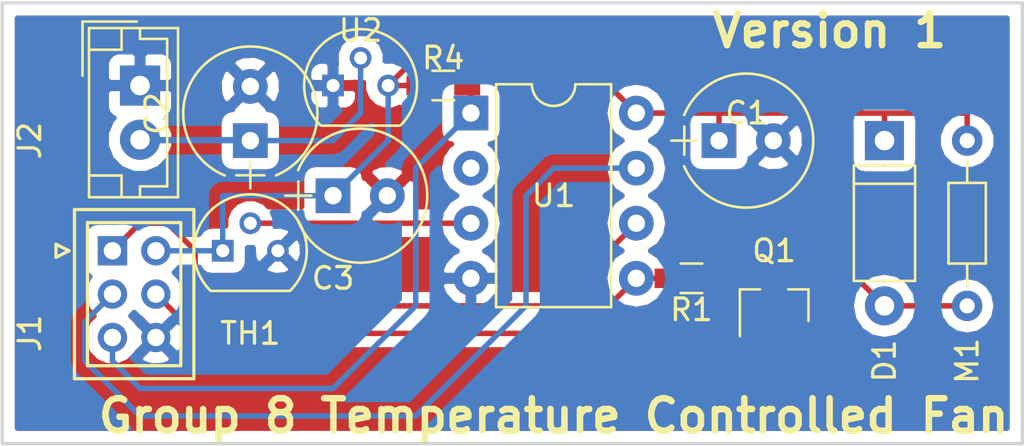
<source format=kicad_pcb>
(kicad_pcb (version 4) (host pcbnew 4.0.7)

  (general
    (links 28)
    (no_connects 0)
    (area 124.384999 85.014999 171.525001 105.485001)
    (thickness 1.6)
    (drawings 11)
    (tracks 66)
    (zones 0)
    (modules 13)
    (nets 12)
  )

  (page A4)
  (layers
    (0 F.Cu signal)
    (31 B.Cu signal hide)
    (32 B.Adhes user)
    (33 F.Adhes user)
    (34 B.Paste user)
    (35 F.Paste user)
    (36 B.SilkS user)
    (37 F.SilkS user)
    (38 B.Mask user)
    (39 F.Mask user)
    (40 Dwgs.User user)
    (41 Cmts.User user)
    (42 Eco1.User user)
    (43 Eco2.User user)
    (44 Edge.Cuts user)
    (45 Margin user)
    (46 B.CrtYd user)
    (47 F.CrtYd user)
    (48 B.Fab user)
    (49 F.Fab user)
  )

  (setup
    (last_trace_width 0.254)
    (trace_clearance 0.254)
    (zone_clearance 0.508)
    (zone_45_only no)
    (trace_min 0.1524)
    (segment_width 0.2)
    (edge_width 0.15)
    (via_size 0.6858)
    (via_drill 0.3302)
    (via_min_size 0.6858)
    (via_min_drill 0.3302)
    (uvia_size 0.762)
    (uvia_drill 0.508)
    (uvias_allowed no)
    (uvia_min_size 0)
    (uvia_min_drill 0)
    (pcb_text_width 0.3)
    (pcb_text_size 1.5 1.5)
    (mod_edge_width 0.15)
    (mod_text_size 1 1)
    (mod_text_width 0.15)
    (pad_size 1.524 1.524)
    (pad_drill 0.762)
    (pad_to_mask_clearance 0.2)
    (aux_axis_origin 0 0)
    (visible_elements 7FFFFFFF)
    (pcbplotparams
      (layerselection 0x00030_80000001)
      (usegerberextensions false)
      (excludeedgelayer true)
      (linewidth 0.100000)
      (plotframeref false)
      (viasonmask false)
      (mode 1)
      (useauxorigin false)
      (hpglpennumber 1)
      (hpglpenspeed 20)
      (hpglpendiameter 15)
      (hpglpenoverlay 2)
      (psnegative false)
      (psa4output false)
      (plotreference true)
      (plotvalue true)
      (plotinvisibletext false)
      (padsonsilk false)
      (subtractmaskfromsilk false)
      (outputformat 1)
      (mirror false)
      (drillshape 1)
      (scaleselection 1)
      (outputdirectory ""))
  )

  (net 0 "")
  (net 1 +5V)
  (net 2 GND)
  (net 3 "Net-(D1-Pad2)")
  (net 4 "Net-(Q1-Pad1)")
  (net 5 +9V)
  (net 6 "Net-(TH1-Pad2)")
  (net 7 "Net-(U1-Pad2)")
  (net 8 MOSI)
  (net 9 RESET)
  (net 10 SCK)
  (net 11 MISO)

  (net_class Default "This is the default net class."
    (clearance 0.254)
    (trace_width 0.254)
    (via_dia 0.6858)
    (via_drill 0.3302)
    (uvia_dia 0.762)
    (uvia_drill 0.508)
    (add_net +5V)
    (add_net +9V)
    (add_net GND)
    (add_net MISO)
    (add_net MOSI)
    (add_net "Net-(D1-Pad2)")
    (add_net "Net-(Q1-Pad1)")
    (add_net "Net-(TH1-Pad2)")
    (add_net "Net-(U1-Pad2)")
    (add_net RESET)
    (add_net SCK)
  )

  (module Capacitors_THT:CP_Radial_Tantal_D6.0mm_P2.50mm (layer F.Cu) (tedit 5A0CA986) (tstamp 5A0B6F68)
    (at 157.48 91.44)
    (descr "CP, Radial_Tantal series, Radial, pin pitch=2.50mm, , diameter=6.0mm, Tantal Electrolytic Capacitor, http://cdn-reichelt.de/documents/datenblatt/B300/TANTAL-TB-Serie%23.pdf")
    (tags "CP Radial_Tantal series Radial pin pitch 2.50mm  diameter 6.0mm Tantal Electrolytic Capacitor")
    (path /4AE1698F)
    (fp_text reference C1 (at 1.27 -1.27) (layer F.SilkS)
      (effects (font (size 1 1) (thickness 0.15)))
    )
    (fp_text value 100n (at 1.27 1.27) (layer F.Fab)
      (effects (font (size 1 1) (thickness 0.15)))
    )
    (fp_arc (start 1.25 0) (end -1.605819 -1.18) (angle 135.1) (layer F.SilkS) (width 0.12))
    (fp_arc (start 1.25 0) (end -1.605819 1.18) (angle -135.1) (layer F.SilkS) (width 0.12))
    (fp_arc (start 1.25 0) (end 4.105819 -1.18) (angle 44.9) (layer F.SilkS) (width 0.12))
    (fp_circle (center 1.25 0) (end 4.25 0) (layer F.Fab) (width 0.1))
    (fp_line (start -2.2 0) (end -1 0) (layer F.Fab) (width 0.1))
    (fp_line (start -1.6 -0.65) (end -1.6 0.65) (layer F.Fab) (width 0.1))
    (fp_line (start -2.2 0) (end -1 0) (layer F.SilkS) (width 0.12))
    (fp_line (start -1.6 -0.65) (end -1.6 0.65) (layer F.SilkS) (width 0.12))
    (fp_line (start -2.1 -3.35) (end -2.1 3.35) (layer F.CrtYd) (width 0.05))
    (fp_line (start -2.1 3.35) (end 4.6 3.35) (layer F.CrtYd) (width 0.05))
    (fp_line (start 4.6 3.35) (end 4.6 -3.35) (layer F.CrtYd) (width 0.05))
    (fp_line (start 4.6 -3.35) (end -2.1 -3.35) (layer F.CrtYd) (width 0.05))
    (fp_text user %R (at 1.27 -1.27) (layer F.Fab)
      (effects (font (size 1 1) (thickness 0.15)))
    )
    (pad 1 thru_hole rect (at 0 0) (size 1.6 1.6) (drill 0.8) (layers *.Cu *.Mask)
      (net 1 +5V))
    (pad 2 thru_hole circle (at 2.5 0) (size 1.6 1.6) (drill 0.8) (layers *.Cu *.Mask)
      (net 2 GND))
    (model ${KISYS3DMOD}/Capacitors_THT.3dshapes/CP_Radial_Tantal_D6.0mm_P2.50mm.wrl
      (at (xyz 0 0 0))
      (scale (xyz 1 1 1))
      (rotate (xyz 0 0 0))
    )
  )

  (module Diodes_THT:D_A-405_P7.62mm_Horizontal (layer F.Cu) (tedit 5A0B79C0) (tstamp 5A0B6F6E)
    (at 165.1 91.44 270)
    (descr "D, A-405 series, Axial, Horizontal, pin pitch=7.62mm, , length*diameter=5.2*2.7mm^2, , http://www.diodes.com/_files/packages/A-405.pdf")
    (tags "D A-405 series Axial Horizontal pin pitch 7.62mm  length 5.2mm diameter 2.7mm")
    (path /4AE16956)
    (fp_text reference D1 (at 10.16 0 270) (layer F.SilkS)
      (effects (font (size 1 1) (thickness 0.15)))
    )
    (fp_text value D (at -2.54 0 270) (layer F.Fab)
      (effects (font (size 1 1) (thickness 0.15)))
    )
    (fp_text user %R (at 3.81 0 270) (layer F.Fab)
      (effects (font (size 1 1) (thickness 0.15)))
    )
    (fp_line (start 1.21 -1.35) (end 1.21 1.35) (layer F.Fab) (width 0.1))
    (fp_line (start 1.21 1.35) (end 6.41 1.35) (layer F.Fab) (width 0.1))
    (fp_line (start 6.41 1.35) (end 6.41 -1.35) (layer F.Fab) (width 0.1))
    (fp_line (start 6.41 -1.35) (end 1.21 -1.35) (layer F.Fab) (width 0.1))
    (fp_line (start 0 0) (end 1.21 0) (layer F.Fab) (width 0.1))
    (fp_line (start 7.62 0) (end 6.41 0) (layer F.Fab) (width 0.1))
    (fp_line (start 1.99 -1.35) (end 1.99 1.35) (layer F.Fab) (width 0.1))
    (fp_line (start 1.15 -1.41) (end 1.15 1.41) (layer F.SilkS) (width 0.12))
    (fp_line (start 1.15 1.41) (end 6.47 1.41) (layer F.SilkS) (width 0.12))
    (fp_line (start 6.47 1.41) (end 6.47 -1.41) (layer F.SilkS) (width 0.12))
    (fp_line (start 6.47 -1.41) (end 1.15 -1.41) (layer F.SilkS) (width 0.12))
    (fp_line (start 1.08 0) (end 1.15 0) (layer F.SilkS) (width 0.12))
    (fp_line (start 6.54 0) (end 6.47 0) (layer F.SilkS) (width 0.12))
    (fp_line (start 1.99 -1.41) (end 1.99 1.41) (layer F.SilkS) (width 0.12))
    (fp_line (start -1.15 -1.7) (end -1.15 1.7) (layer F.CrtYd) (width 0.05))
    (fp_line (start -1.15 1.7) (end 8.8 1.7) (layer F.CrtYd) (width 0.05))
    (fp_line (start 8.8 1.7) (end 8.8 -1.7) (layer F.CrtYd) (width 0.05))
    (fp_line (start 8.8 -1.7) (end -1.15 -1.7) (layer F.CrtYd) (width 0.05))
    (pad 1 thru_hole rect (at 0 0 270) (size 1.8 1.8) (drill 0.9) (layers *.Cu *.Mask)
      (net 1 +5V))
    (pad 2 thru_hole oval (at 7.62 0 270) (size 1.8 1.8) (drill 0.9) (layers *.Cu *.Mask)
      (net 3 "Net-(D1-Pad2)"))
    (model ${KISYS3DMOD}/Diodes_THT.3dshapes/D_A-405_P7.62mm_Horizontal.wrl
      (at (xyz 0 0 0))
      (scale (xyz 0.393701 0.393701 0.393701))
      (rotate (xyz 0 0 0))
    )
  )

  (module Resistors_THT:R_Axial_DIN0204_L3.6mm_D1.6mm_P7.62mm_Horizontal (layer F.Cu) (tedit 5A0B79EF) (tstamp 5A0B6F74)
    (at 168.91 91.44 270)
    (descr "Resistor, Axial_DIN0204 series, Axial, Horizontal, pin pitch=7.62mm, 0.16666666666666666W = 1/6W, length*diameter=3.6*1.6mm^2, http://cdn-reichelt.de/documents/datenblatt/B400/1_4W%23YAG.pdf")
    (tags "Resistor Axial_DIN0204 series Axial Horizontal pin pitch 7.62mm 0.16666666666666666W = 1/6W length 3.6mm diameter 1.6mm")
    (path /4AE158D0)
    (fp_text reference M1 (at 10.16 0 270) (layer F.SilkS)
      (effects (font (size 1 1) (thickness 0.15)))
    )
    (fp_text value Fan (at -2.54 0 270) (layer F.Fab)
      (effects (font (size 1 1) (thickness 0.15)))
    )
    (fp_line (start 2.01 -0.8) (end 2.01 0.8) (layer F.Fab) (width 0.1))
    (fp_line (start 2.01 0.8) (end 5.61 0.8) (layer F.Fab) (width 0.1))
    (fp_line (start 5.61 0.8) (end 5.61 -0.8) (layer F.Fab) (width 0.1))
    (fp_line (start 5.61 -0.8) (end 2.01 -0.8) (layer F.Fab) (width 0.1))
    (fp_line (start 0 0) (end 2.01 0) (layer F.Fab) (width 0.1))
    (fp_line (start 7.62 0) (end 5.61 0) (layer F.Fab) (width 0.1))
    (fp_line (start 1.95 -0.86) (end 1.95 0.86) (layer F.SilkS) (width 0.12))
    (fp_line (start 1.95 0.86) (end 5.67 0.86) (layer F.SilkS) (width 0.12))
    (fp_line (start 5.67 0.86) (end 5.67 -0.86) (layer F.SilkS) (width 0.12))
    (fp_line (start 5.67 -0.86) (end 1.95 -0.86) (layer F.SilkS) (width 0.12))
    (fp_line (start 0.88 0) (end 1.95 0) (layer F.SilkS) (width 0.12))
    (fp_line (start 6.74 0) (end 5.67 0) (layer F.SilkS) (width 0.12))
    (fp_line (start -0.95 -1.15) (end -0.95 1.15) (layer F.CrtYd) (width 0.05))
    (fp_line (start -0.95 1.15) (end 8.6 1.15) (layer F.CrtYd) (width 0.05))
    (fp_line (start 8.6 1.15) (end 8.6 -1.15) (layer F.CrtYd) (width 0.05))
    (fp_line (start 8.6 -1.15) (end -0.95 -1.15) (layer F.CrtYd) (width 0.05))
    (pad 1 thru_hole circle (at 0 0 270) (size 1.4 1.4) (drill 0.7) (layers *.Cu *.Mask)
      (net 1 +5V))
    (pad 2 thru_hole oval (at 7.62 0 270) (size 1.4 1.4) (drill 0.7) (layers *.Cu *.Mask)
      (net 3 "Net-(D1-Pad2)"))
    (model ${KISYS3DMOD}/Resistors_THT.3dshapes/R_Axial_DIN0204_L3.6mm_D1.6mm_P7.62mm_Horizontal.wrl
      (at (xyz 0 0 0))
      (scale (xyz 0.393701 0.393701 0.393701))
      (rotate (xyz 0 0 0))
    )
  )

  (module TO_SOT_Packages_SMD:SOT-23 (layer F.Cu) (tedit 5A0B8845) (tstamp 5A0B6F7B)
    (at 160.02 99.06 90)
    (descr "SOT-23, Standard")
    (tags SOT-23)
    (path /4AE15818)
    (attr smd)
    (fp_text reference Q1 (at 2.54 0 180) (layer F.SilkS)
      (effects (font (size 1 1) (thickness 0.15)))
    )
    (fp_text value NPN (at -2.54 0 180) (layer F.Fab)
      (effects (font (size 1 1) (thickness 0.15)))
    )
    (fp_text user %R (at 0 0 180) (layer F.Fab)
      (effects (font (size 0.5 0.5) (thickness 0.075)))
    )
    (fp_line (start -0.7 -0.95) (end -0.7 1.5) (layer F.Fab) (width 0.1))
    (fp_line (start -0.15 -1.52) (end 0.7 -1.52) (layer F.Fab) (width 0.1))
    (fp_line (start -0.7 -0.95) (end -0.15 -1.52) (layer F.Fab) (width 0.1))
    (fp_line (start 0.7 -1.52) (end 0.7 1.52) (layer F.Fab) (width 0.1))
    (fp_line (start -0.7 1.52) (end 0.7 1.52) (layer F.Fab) (width 0.1))
    (fp_line (start 0.76 1.58) (end 0.76 0.65) (layer F.SilkS) (width 0.12))
    (fp_line (start 0.76 -1.58) (end 0.76 -0.65) (layer F.SilkS) (width 0.12))
    (fp_line (start -1.7 -1.75) (end 1.7 -1.75) (layer F.CrtYd) (width 0.05))
    (fp_line (start 1.7 -1.75) (end 1.7 1.75) (layer F.CrtYd) (width 0.05))
    (fp_line (start 1.7 1.75) (end -1.7 1.75) (layer F.CrtYd) (width 0.05))
    (fp_line (start -1.7 1.75) (end -1.7 -1.75) (layer F.CrtYd) (width 0.05))
    (fp_line (start 0.76 -1.58) (end -1.4 -1.58) (layer F.SilkS) (width 0.12))
    (fp_line (start 0.76 1.58) (end -0.7 1.58) (layer F.SilkS) (width 0.12))
    (pad 1 smd rect (at -1 -0.95 90) (size 0.9 0.8) (layers F.Cu F.Paste F.Mask)
      (net 4 "Net-(Q1-Pad1)"))
    (pad 2 smd rect (at -1 0.95 90) (size 0.9 0.8) (layers F.Cu F.Paste F.Mask)
      (net 2 GND))
    (pad 3 smd rect (at 1 0 90) (size 0.9 0.8) (layers F.Cu F.Paste F.Mask)
      (net 3 "Net-(D1-Pad2)"))
    (model ${KISYS3DMOD}/TO_SOT_Packages_SMD.3dshapes/SOT-23.wrl
      (at (xyz 0 0 0))
      (scale (xyz 1 1 1))
      (rotate (xyz 0 0 0))
    )
  )

  (module Housings_DIP:DIP-8_W7.62mm (layer F.Cu) (tedit 5A0CA996) (tstamp 5A0B6F95)
    (at 146.05 90.17)
    (descr "8-lead though-hole mounted DIP package, row spacing 7.62 mm (300 mils)")
    (tags "THT DIP DIL PDIP 2.54mm 7.62mm 300mil")
    (path /4AE185FF)
    (fp_text reference U1 (at 3.81 3.81) (layer F.SilkS)
      (effects (font (size 1 1) (thickness 0.15)))
    )
    (fp_text value ATTINY85 (at 3.81 9.95) (layer F.Fab)
      (effects (font (size 1 1) (thickness 0.15)))
    )
    (fp_arc (start 3.81 -1.33) (end 2.81 -1.33) (angle -180) (layer F.SilkS) (width 0.12))
    (fp_line (start 1.635 -1.27) (end 6.985 -1.27) (layer F.Fab) (width 0.1))
    (fp_line (start 6.985 -1.27) (end 6.985 8.89) (layer F.Fab) (width 0.1))
    (fp_line (start 6.985 8.89) (end 0.635 8.89) (layer F.Fab) (width 0.1))
    (fp_line (start 0.635 8.89) (end 0.635 -0.27) (layer F.Fab) (width 0.1))
    (fp_line (start 0.635 -0.27) (end 1.635 -1.27) (layer F.Fab) (width 0.1))
    (fp_line (start 2.81 -1.33) (end 1.16 -1.33) (layer F.SilkS) (width 0.12))
    (fp_line (start 1.16 -1.33) (end 1.16 8.95) (layer F.SilkS) (width 0.12))
    (fp_line (start 1.16 8.95) (end 6.46 8.95) (layer F.SilkS) (width 0.12))
    (fp_line (start 6.46 8.95) (end 6.46 -1.33) (layer F.SilkS) (width 0.12))
    (fp_line (start 6.46 -1.33) (end 4.81 -1.33) (layer F.SilkS) (width 0.12))
    (fp_line (start -1.1 -1.55) (end -1.1 9.15) (layer F.CrtYd) (width 0.05))
    (fp_line (start -1.1 9.15) (end 8.7 9.15) (layer F.CrtYd) (width 0.05))
    (fp_line (start 8.7 9.15) (end 8.7 -1.55) (layer F.CrtYd) (width 0.05))
    (fp_line (start 8.7 -1.55) (end -1.1 -1.55) (layer F.CrtYd) (width 0.05))
    (fp_text user %R (at 3.81 3.81) (layer F.Fab)
      (effects (font (size 1 1) (thickness 0.15)))
    )
    (pad 1 thru_hole rect (at 0 0) (size 1.6 1.6) (drill 0.8) (layers *.Cu *.Mask)
      (net 9 RESET))
    (pad 5 thru_hole oval (at 7.62 7.62) (size 1.6 1.6) (drill 0.8) (layers *.Cu *.Mask)
      (net 8 MOSI))
    (pad 2 thru_hole oval (at 0 2.54) (size 1.6 1.6) (drill 0.8) (layers *.Cu *.Mask)
      (net 7 "Net-(U1-Pad2)"))
    (pad 6 thru_hole oval (at 7.62 5.08) (size 1.6 1.6) (drill 0.8) (layers *.Cu *.Mask)
      (net 11 MISO))
    (pad 3 thru_hole oval (at 0 5.08) (size 1.6 1.6) (drill 0.8) (layers *.Cu *.Mask)
      (net 6 "Net-(TH1-Pad2)"))
    (pad 7 thru_hole oval (at 7.62 2.54) (size 1.6 1.6) (drill 0.8) (layers *.Cu *.Mask)
      (net 10 SCK))
    (pad 4 thru_hole oval (at 0 7.62) (size 1.6 1.6) (drill 0.8) (layers *.Cu *.Mask)
      (net 2 GND))
    (pad 8 thru_hole oval (at 7.62 0) (size 1.6 1.6) (drill 0.8) (layers *.Cu *.Mask)
      (net 1 +5V))
    (model ${KISYS3DMOD}/Housings_DIP.3dshapes/DIP-8_W7.62mm.wrl
      (at (xyz 0 0 0))
      (scale (xyz 1 1 1))
      (rotate (xyz 0 0 0))
    )
  )

  (module Resistors_SMD:R_0603_HandSoldering (layer F.Cu) (tedit 58E0A804) (tstamp 5A0B6F83)
    (at 156.21 97.79 180)
    (descr "Resistor SMD 0603, hand soldering")
    (tags "resistor 0603")
    (path /4AE167C4)
    (attr smd)
    (fp_text reference R1 (at 0 -1.45 180) (layer F.SilkS)
      (effects (font (size 1 1) (thickness 0.15)))
    )
    (fp_text value "1 k" (at 0 1.55 180) (layer F.Fab)
      (effects (font (size 1 1) (thickness 0.15)))
    )
    (fp_text user %R (at 0 0 180) (layer F.Fab)
      (effects (font (size 0.4 0.4) (thickness 0.075)))
    )
    (fp_line (start -0.8 0.4) (end -0.8 -0.4) (layer F.Fab) (width 0.1))
    (fp_line (start 0.8 0.4) (end -0.8 0.4) (layer F.Fab) (width 0.1))
    (fp_line (start 0.8 -0.4) (end 0.8 0.4) (layer F.Fab) (width 0.1))
    (fp_line (start -0.8 -0.4) (end 0.8 -0.4) (layer F.Fab) (width 0.1))
    (fp_line (start 0.5 0.68) (end -0.5 0.68) (layer F.SilkS) (width 0.12))
    (fp_line (start -0.5 -0.68) (end 0.5 -0.68) (layer F.SilkS) (width 0.12))
    (fp_line (start -1.96 -0.7) (end 1.95 -0.7) (layer F.CrtYd) (width 0.05))
    (fp_line (start -1.96 -0.7) (end -1.96 0.7) (layer F.CrtYd) (width 0.05))
    (fp_line (start 1.95 0.7) (end 1.95 -0.7) (layer F.CrtYd) (width 0.05))
    (fp_line (start 1.95 0.7) (end -1.96 0.7) (layer F.CrtYd) (width 0.05))
    (pad 1 smd rect (at -1.1 0 180) (size 1.2 0.9) (layers F.Cu F.Paste F.Mask)
      (net 4 "Net-(Q1-Pad1)"))
    (pad 2 smd rect (at 1.1 0 180) (size 1.2 0.9) (layers F.Cu F.Paste F.Mask)
      (net 8 MOSI))
    (model ${KISYS3DMOD}/Resistors_SMD.3dshapes/R_0603.wrl
      (at (xyz 0 0 0))
      (scale (xyz 1 1 1))
      (rotate (xyz 0 0 0))
    )
  )

  (module TO_SOT_Packages_THT:TO-92_Molded_Narrow (layer F.Cu) (tedit 5A0D2E0F) (tstamp 5A0B737F)
    (at 134.62 96.52)
    (descr "TO-92 leads molded, narrow, drill 0.6mm (see NXP sot054_po.pdf)")
    (tags "to-92 sc-43 sc-43a sot54 PA33 transistor")
    (path /5A0B72C9)
    (fp_text reference TH1 (at 1.27 3.81) (layer F.SilkS)
      (effects (font (size 1 1) (thickness 0.15)))
    )
    (fp_text value MCP9700A-E/TO (at 6.35 5.08) (layer F.Fab)
      (effects (font (size 1 1) (thickness 0.15)))
    )
    (fp_text user %R (at 1.27 3.81) (layer F.Fab)
      (effects (font (size 1 1) (thickness 0.15)))
    )
    (fp_line (start -0.53 1.85) (end 3.07 1.85) (layer F.SilkS) (width 0.12))
    (fp_line (start -0.5 1.75) (end 3 1.75) (layer F.Fab) (width 0.1))
    (fp_line (start -1.46 -2.73) (end 4 -2.73) (layer F.CrtYd) (width 0.05))
    (fp_line (start -1.46 -2.73) (end -1.46 2.01) (layer F.CrtYd) (width 0.05))
    (fp_line (start 4 2.01) (end 4 -2.73) (layer F.CrtYd) (width 0.05))
    (fp_line (start 4 2.01) (end -1.46 2.01) (layer F.CrtYd) (width 0.05))
    (fp_arc (start 1.27 0) (end 1.27 -2.48) (angle 135) (layer F.Fab) (width 0.1))
    (fp_arc (start 1.27 0) (end 1.27 -2.6) (angle -135) (layer F.SilkS) (width 0.12))
    (fp_arc (start 1.27 0) (end 1.27 -2.48) (angle -135) (layer F.Fab) (width 0.1))
    (fp_arc (start 1.27 0) (end 1.27 -2.6) (angle 135) (layer F.SilkS) (width 0.12))
    (pad 2 thru_hole circle (at 1.27 -1.27 90) (size 1 1) (drill 0.6) (layers *.Cu *.Mask)
      (net 6 "Net-(TH1-Pad2)"))
    (pad 3 thru_hole circle (at 2.54 0 90) (size 1 1) (drill 0.6) (layers *.Cu *.Mask)
      (net 2 GND))
    (pad 1 thru_hole rect (at 0 0 90) (size 1 1) (drill 0.6) (layers *.Cu *.Mask)
      (net 1 +5V))
    (model ${KISYS3DMOD}/TO_SOT_Packages_THT.3dshapes/TO-92_Molded_Narrow.wrl
      (at (xyz 0.05 0 0))
      (scale (xyz 1 1 1))
      (rotate (xyz 0 0 -90))
    )
  )

  (module TO_SOT_Packages_THT:TO-92_Molded_Narrow (layer F.Cu) (tedit 5A0D2F69) (tstamp 5A0B6F9C)
    (at 139.7 88.9)
    (descr "TO-92 leads molded, narrow, drill 0.6mm (see NXP sot054_po.pdf)")
    (tags "to-92 sc-43 sc-43a sot54 PA33 transistor")
    (path /5A0B6FC2)
    (fp_text reference U2 (at 1.27 -2.54) (layer F.SilkS)
      (effects (font (size 1 1) (thickness 0.15)))
    )
    (fp_text value "5V Reg L7805CV" (at 8.89 -2.54) (layer F.Fab)
      (effects (font (size 1 1) (thickness 0.15)))
    )
    (fp_text user %R (at 1.27 -2.54) (layer F.Fab)
      (effects (font (size 1 1) (thickness 0.15)))
    )
    (fp_line (start -0.53 1.85) (end 3.07 1.85) (layer F.SilkS) (width 0.12))
    (fp_line (start -0.5 1.75) (end 3 1.75) (layer F.Fab) (width 0.1))
    (fp_line (start -1.46 -2.73) (end 4 -2.73) (layer F.CrtYd) (width 0.05))
    (fp_line (start -1.46 -2.73) (end -1.46 2.01) (layer F.CrtYd) (width 0.05))
    (fp_line (start 4 2.01) (end 4 -2.73) (layer F.CrtYd) (width 0.05))
    (fp_line (start 4 2.01) (end -1.46 2.01) (layer F.CrtYd) (width 0.05))
    (fp_arc (start 1.27 0) (end 1.27 -2.48) (angle 135) (layer F.Fab) (width 0.1))
    (fp_arc (start 1.27 0) (end 1.27 -2.6) (angle -135) (layer F.SilkS) (width 0.12))
    (fp_arc (start 1.27 0) (end 1.27 -2.48) (angle -135) (layer F.Fab) (width 0.1))
    (fp_arc (start 1.27 0) (end 1.27 -2.6) (angle 135) (layer F.SilkS) (width 0.12))
    (pad 2 thru_hole circle (at 1.27 -1.27 90) (size 1 1) (drill 0.6) (layers *.Cu *.Mask)
      (net 5 +9V))
    (pad 3 thru_hole circle (at 2.54 0 90) (size 1 1) (drill 0.6) (layers *.Cu *.Mask)
      (net 1 +5V))
    (pad 1 thru_hole rect (at 0 0 90) (size 1 1) (drill 0.6) (layers *.Cu *.Mask)
      (net 2 GND))
    (model ${KISYS3DMOD}/TO_SOT_Packages_THT.3dshapes/TO-92_Molded_Narrow.wrl
      (at (xyz 0.05 0 0))
      (scale (xyz 1 1 1))
      (rotate (xyz 0 0 -90))
    )
  )

  (module Resistors_SMD:R_0603_HandSoldering (layer F.Cu) (tedit 5A0D3021) (tstamp 5A0B6F89)
    (at 144.78 88.9 180)
    (descr "Resistor SMD 0603, hand soldering")
    (tags "resistor 0603")
    (path /5A0B6A50)
    (attr smd)
    (fp_text reference R4 (at 0 1.27 180) (layer F.SilkS)
      (effects (font (size 1 1) (thickness 0.15)))
    )
    (fp_text value >10k (at -3.81 1.27 180) (layer F.Fab)
      (effects (font (size 1 1) (thickness 0.15)))
    )
    (fp_text user %R (at 0 0 180) (layer F.Fab)
      (effects (font (size 0.4 0.4) (thickness 0.075)))
    )
    (fp_line (start -0.8 0.4) (end -0.8 -0.4) (layer F.Fab) (width 0.1))
    (fp_line (start 0.8 0.4) (end -0.8 0.4) (layer F.Fab) (width 0.1))
    (fp_line (start 0.8 -0.4) (end 0.8 0.4) (layer F.Fab) (width 0.1))
    (fp_line (start -0.8 -0.4) (end 0.8 -0.4) (layer F.Fab) (width 0.1))
    (fp_line (start 0.5 0.68) (end -0.5 0.68) (layer F.SilkS) (width 0.12))
    (fp_line (start -0.5 -0.68) (end 0.5 -0.68) (layer F.SilkS) (width 0.12))
    (fp_line (start -1.96 -0.7) (end 1.95 -0.7) (layer F.CrtYd) (width 0.05))
    (fp_line (start -1.96 -0.7) (end -1.96 0.7) (layer F.CrtYd) (width 0.05))
    (fp_line (start 1.95 0.7) (end 1.95 -0.7) (layer F.CrtYd) (width 0.05))
    (fp_line (start 1.95 0.7) (end -1.96 0.7) (layer F.CrtYd) (width 0.05))
    (pad 1 smd rect (at -1.1 0 180) (size 1.2 0.9) (layers F.Cu F.Paste F.Mask)
      (net 9 RESET))
    (pad 2 smd rect (at 1.1 0 180) (size 1.2 0.9) (layers F.Cu F.Paste F.Mask)
      (net 1 +5V))
    (model ${KISYS3DMOD}/Resistors_SMD.3dshapes/R_0603.wrl
      (at (xyz 0 0 0))
      (scale (xyz 1 1 1))
      (rotate (xyz 0 0 0))
    )
  )

  (module Capacitors_THT:CP_Radial_Tantal_D6.0mm_P2.50mm (layer F.Cu) (tedit 5A0D2F79) (tstamp 5A0CA170)
    (at 135.89 91.44 90)
    (descr "CP, Radial_Tantal series, Radial, pin pitch=2.50mm, , diameter=6.0mm, Tantal Electrolytic Capacitor, http://cdn-reichelt.de/documents/datenblatt/B300/TANTAL-TB-Serie%23.pdf")
    (tags "CP Radial_Tantal series Radial pin pitch 2.50mm  diameter 6.0mm Tantal Electrolytic Capacitor")
    (path /5A0CAD62)
    (fp_text reference C2 (at 1.25 -4.31 90) (layer F.SilkS)
      (effects (font (size 1 1) (thickness 0.15)))
    )
    (fp_text value 10u (at 5.08 1.27 180) (layer F.Fab)
      (effects (font (size 1 1) (thickness 0.15)))
    )
    (fp_arc (start 1.25 0) (end -1.605819 -1.18) (angle 135.1) (layer F.SilkS) (width 0.12))
    (fp_arc (start 1.25 0) (end -1.605819 1.18) (angle -135.1) (layer F.SilkS) (width 0.12))
    (fp_arc (start 1.25 0) (end 4.105819 -1.18) (angle 44.9) (layer F.SilkS) (width 0.12))
    (fp_circle (center 1.25 0) (end 4.25 0) (layer F.Fab) (width 0.1))
    (fp_line (start -2.2 0) (end -1 0) (layer F.Fab) (width 0.1))
    (fp_line (start -1.6 -0.65) (end -1.6 0.65) (layer F.Fab) (width 0.1))
    (fp_line (start -2.2 0) (end -1 0) (layer F.SilkS) (width 0.12))
    (fp_line (start -1.6 -0.65) (end -1.6 0.65) (layer F.SilkS) (width 0.12))
    (fp_line (start -2.1 -3.35) (end -2.1 3.35) (layer F.CrtYd) (width 0.05))
    (fp_line (start -2.1 3.35) (end 4.6 3.35) (layer F.CrtYd) (width 0.05))
    (fp_line (start 4.6 3.35) (end 4.6 -3.35) (layer F.CrtYd) (width 0.05))
    (fp_line (start 4.6 -3.35) (end -2.1 -3.35) (layer F.CrtYd) (width 0.05))
    (fp_text user %R (at 5.08 -1.27 180) (layer F.Fab)
      (effects (font (size 1 1) (thickness 0.15)))
    )
    (pad 1 thru_hole rect (at 0 0 90) (size 1.6 1.6) (drill 0.8) (layers *.Cu *.Mask)
      (net 5 +9V))
    (pad 2 thru_hole circle (at 2.5 0 90) (size 1.6 1.6) (drill 0.8) (layers *.Cu *.Mask)
      (net 2 GND))
    (model ${KISYS3DMOD}/Capacitors_THT.3dshapes/CP_Radial_Tantal_D6.0mm_P2.50mm.wrl
      (at (xyz 0 0 0))
      (scale (xyz 1 1 1))
      (rotate (xyz 0 0 0))
    )
  )

  (module Capacitors_THT:CP_Radial_Tantal_D6.0mm_P2.50mm (layer F.Cu) (tedit 5A0D2FE7) (tstamp 5A0CA176)
    (at 139.7 93.98)
    (descr "CP, Radial_Tantal series, Radial, pin pitch=2.50mm, , diameter=6.0mm, Tantal Electrolytic Capacitor, http://cdn-reichelt.de/documents/datenblatt/B300/TANTAL-TB-Serie%23.pdf")
    (tags "CP Radial_Tantal series Radial pin pitch 2.50mm  diameter 6.0mm Tantal Electrolytic Capacitor")
    (path /5A0CAEA0)
    (fp_text reference C3 (at 0 3.81) (layer F.SilkS)
      (effects (font (size 1 1) (thickness 0.15)))
    )
    (fp_text value 10u (at 2.54 3.81) (layer F.Fab)
      (effects (font (size 1 1) (thickness 0.15)))
    )
    (fp_arc (start 1.25 0) (end -1.605819 -1.18) (angle 135.1) (layer F.SilkS) (width 0.12))
    (fp_arc (start 1.25 0) (end -1.605819 1.18) (angle -135.1) (layer F.SilkS) (width 0.12))
    (fp_arc (start 1.25 0) (end 4.105819 -1.18) (angle 44.9) (layer F.SilkS) (width 0.12))
    (fp_circle (center 1.25 0) (end 4.25 0) (layer F.Fab) (width 0.1))
    (fp_line (start -2.2 0) (end -1 0) (layer F.Fab) (width 0.1))
    (fp_line (start -1.6 -0.65) (end -1.6 0.65) (layer F.Fab) (width 0.1))
    (fp_line (start -2.2 0) (end -1 0) (layer F.SilkS) (width 0.12))
    (fp_line (start -1.6 -0.65) (end -1.6 0.65) (layer F.SilkS) (width 0.12))
    (fp_line (start -2.1 -3.35) (end -2.1 3.35) (layer F.CrtYd) (width 0.05))
    (fp_line (start -2.1 3.35) (end 4.6 3.35) (layer F.CrtYd) (width 0.05))
    (fp_line (start 4.6 3.35) (end 4.6 -3.35) (layer F.CrtYd) (width 0.05))
    (fp_line (start 4.6 -3.35) (end -2.1 -3.35) (layer F.CrtYd) (width 0.05))
    (fp_text user %R (at 0 3.81) (layer F.Fab)
      (effects (font (size 1 1) (thickness 0.15)))
    )
    (pad 1 thru_hole rect (at 0 0) (size 1.6 1.6) (drill 0.8) (layers *.Cu *.Mask)
      (net 1 +5V))
    (pad 2 thru_hole circle (at 2.5 0) (size 1.6 1.6) (drill 0.8) (layers *.Cu *.Mask)
      (net 2 GND))
    (model ${KISYS3DMOD}/Capacitors_THT.3dshapes/CP_Radial_Tantal_D6.0mm_P2.50mm.wrl
      (at (xyz 0 0 0))
      (scale (xyz 1 1 1))
      (rotate (xyz 0 0 0))
    )
  )

  (module Connectors_JAE:JAE_LY20-06P-2T_2x03x2.00mm_Straight (layer F.Cu) (tedit 5A0D2ED5) (tstamp 5A0B7378)
    (at 129.54 96.52 270)
    (descr "JAE LY series connector, dual row top entry, through hole, Datasheet:http://www.jae.com/z-en/pdf_download_exec.cfm?param=SJ103130.pdf")
    (tags "connector jae ly LY20-06P-2T")
    (path /5A0BA390)
    (fp_text reference J1 (at 3.81 3.81 270) (layer F.SilkS)
      (effects (font (size 1 1) (thickness 0.15)))
    )
    (fp_text value Conn_01x06 (at 3.81 2.54 270) (layer F.Fab)
      (effects (font (size 1 1) (thickness 0.15)))
    )
    (fp_line (start -1.8 -3.65) (end -1.8 1.65) (layer F.Fab) (width 0.05))
    (fp_line (start -1.8 1.65) (end 5.8 1.65) (layer F.Fab) (width 0.05))
    (fp_line (start 5.8 1.65) (end 5.8 -3.65) (layer F.Fab) (width 0.05))
    (fp_line (start 5.8 -3.65) (end -1.8 -3.65) (layer F.Fab) (width 0.05))
    (fp_line (start -2.25 -4.15) (end -2.25 2.1) (layer F.CrtYd) (width 0.05))
    (fp_line (start -2.25 2.1) (end 6.25 2.1) (layer F.CrtYd) (width 0.05))
    (fp_line (start 6.25 2.1) (end 6.25 -4.15) (layer F.CrtYd) (width 0.05))
    (fp_line (start 6.25 -4.15) (end -2.25 -4.15) (layer F.CrtYd) (width 0.05))
    (fp_line (start -1.9 -3.75) (end -1.9 1.75) (layer F.SilkS) (width 0.15))
    (fp_line (start -1.9 1.75) (end 5.9 1.75) (layer F.SilkS) (width 0.15))
    (fp_line (start 5.9 1.75) (end 5.9 -3.75) (layer F.SilkS) (width 0.15))
    (fp_line (start 5.9 -3.75) (end -1.9 -3.75) (layer F.SilkS) (width 0.15))
    (fp_line (start -1.3 -3.15) (end -1.3 1.15) (layer F.SilkS) (width 0.15))
    (fp_line (start -1.3 1.15) (end 5.3 1.15) (layer F.SilkS) (width 0.15))
    (fp_line (start 5.3 1.15) (end 5.3 -3.15) (layer F.SilkS) (width 0.15))
    (fp_line (start 5.3 -3.15) (end -1.3 -3.15) (layer F.SilkS) (width 0.15))
    (fp_line (start 0 2) (end -0.3 2.6) (layer F.SilkS) (width 0.15))
    (fp_line (start -0.3 2.6) (end 0.3 2.6) (layer F.SilkS) (width 0.15))
    (fp_line (start 0.3 2.6) (end 0 2) (layer F.SilkS) (width 0.15))
    (pad 1 thru_hole rect (at 0 0 270) (size 1.35 1.35) (drill 0.8) (layers *.Cu *.Mask)
      (net 11 MISO))
    (pad 2 thru_hole circle (at 2 0 270) (size 1.35 1.35) (drill 0.8) (layers *.Cu *.Mask)
      (net 10 SCK))
    (pad 3 thru_hole circle (at 4 0 270) (size 1.35 1.35) (drill 0.8) (layers *.Cu *.Mask)
      (net 9 RESET))
    (pad 4 thru_hole circle (at 0 -2 270) (size 1.35 1.35) (drill 0.8) (layers *.Cu *.Mask)
      (net 1 +5V))
    (pad 5 thru_hole circle (at 2 -2 270) (size 1.35 1.35) (drill 0.8) (layers *.Cu *.Mask)
      (net 8 MOSI))
    (pad 6 thru_hole circle (at 4 -2 270) (size 1.35 1.35) (drill 0.8) (layers *.Cu *.Mask)
      (net 2 GND))
    (model ${KISYS3DMOD}/Connectors_JAE.3dshapes/JAE_LY20-06P-2T_2x03x2.00mm_Straight.wrl
      (at (xyz 0 0 0))
      (scale (xyz 1 1 1))
      (rotate (xyz 0 0 0))
    )
  )

  (module Connectors_JST:JST_EH_B02B-EH-A_02x2.50mm_Straight (layer F.Cu) (tedit 5A0D2F06) (tstamp 5A0D205A)
    (at 130.81 88.9 270)
    (descr "JST EH series connector, B02B-EH-A, 2.50mm pitch, top entry")
    (tags "connector jst eh top vertical straight")
    (path /4AE16545)
    (fp_text reference J2 (at 2.54 5.08 270) (layer F.SilkS)
      (effects (font (size 1 1) (thickness 0.15)))
    )
    (fp_text value Conn_01x02 (at 1.27 3.81 270) (layer F.Fab)
      (effects (font (size 1 1) (thickness 0.15)))
    )
    (fp_text user %R (at 2.54 5.08 270) (layer F.Fab)
      (effects (font (size 1 1) (thickness 0.15)))
    )
    (fp_line (start -2.5 -1.6) (end -2.5 2.2) (layer F.Fab) (width 0.1))
    (fp_line (start -2.5 2.2) (end 5 2.2) (layer F.Fab) (width 0.1))
    (fp_line (start 5 2.2) (end 5 -1.6) (layer F.Fab) (width 0.1))
    (fp_line (start 5 -1.6) (end -2.5 -1.6) (layer F.Fab) (width 0.1))
    (fp_line (start -2.65 -1.75) (end -2.65 2.35) (layer F.SilkS) (width 0.12))
    (fp_line (start -2.65 2.35) (end 5.15 2.35) (layer F.SilkS) (width 0.12))
    (fp_line (start 5.15 2.35) (end 5.15 -1.75) (layer F.SilkS) (width 0.12))
    (fp_line (start 5.15 -1.75) (end -2.65 -1.75) (layer F.SilkS) (width 0.12))
    (fp_line (start -2.65 0) (end -2.15 0) (layer F.SilkS) (width 0.12))
    (fp_line (start -2.15 0) (end -2.15 -1.25) (layer F.SilkS) (width 0.12))
    (fp_line (start -2.15 -1.25) (end 4.65 -1.25) (layer F.SilkS) (width 0.12))
    (fp_line (start 4.65 -1.25) (end 4.65 0) (layer F.SilkS) (width 0.12))
    (fp_line (start 4.65 0) (end 5.15 0) (layer F.SilkS) (width 0.12))
    (fp_line (start -2.65 0.85) (end -1.65 0.85) (layer F.SilkS) (width 0.12))
    (fp_line (start -1.65 0.85) (end -1.65 2.35) (layer F.SilkS) (width 0.12))
    (fp_line (start 5.15 0.85) (end 4.15 0.85) (layer F.SilkS) (width 0.12))
    (fp_line (start 4.15 0.85) (end 4.15 2.35) (layer F.SilkS) (width 0.12))
    (fp_line (start -2.95 0.15) (end -2.95 2.65) (layer F.SilkS) (width 0.12))
    (fp_line (start -2.95 2.65) (end -0.45 2.65) (layer F.SilkS) (width 0.12))
    (fp_line (start -2.95 0.15) (end -2.95 2.65) (layer F.Fab) (width 0.1))
    (fp_line (start -2.95 2.65) (end -0.45 2.65) (layer F.Fab) (width 0.1))
    (fp_line (start -3.15 -2.25) (end -3.15 2.85) (layer F.CrtYd) (width 0.05))
    (fp_line (start -3.15 2.85) (end 5.65 2.85) (layer F.CrtYd) (width 0.05))
    (fp_line (start 5.65 2.85) (end 5.65 -2.25) (layer F.CrtYd) (width 0.05))
    (fp_line (start 5.65 -2.25) (end -3.15 -2.25) (layer F.CrtYd) (width 0.05))
    (pad 1 thru_hole rect (at 0 0 270) (size 1.85 1.85) (drill 0.9) (layers *.Cu *.Mask)
      (net 2 GND))
    (pad 2 thru_hole circle (at 2.5 0 270) (size 1.85 1.85) (drill 0.9) (layers *.Cu *.Mask)
      (net 5 +9V))
    (model Connectors_JST.3dshapes/JST_EH_B02B-EH-A_02x2.50mm_Straight.wrl
      (at (xyz 0 0 0))
      (scale (xyz 1 1 1))
      (rotate (xyz 0 0 0))
    )
  )

  (gr_line (start 171.45 105.41) (end 171.45 85.09) (angle 90) (layer Edge.Cuts) (width 0.15))
  (gr_line (start 124.46 85.09) (end 171.45 85.09) (angle 90) (layer Edge.Cuts) (width 0.15))
  (gr_line (start 124.46 105.41) (end 124.46 85.09) (angle 90) (layer Edge.Cuts) (width 0.15))
  (gr_line (start 171.45 105.41) (end 124.46 105.41) (angle 90) (layer Edge.Cuts) (width 0.15))
  (gr_text "Version 1" (at 162.56 86.36) (layer F.SilkS)
    (effects (font (size 1.5 1.5) (thickness 0.3)))
  )
  (gr_text "Group 8 Temperature Controlled Fan" (at 149.86 104.14) (layer F.SilkS)
    (effects (font (size 1.5 1.5) (thickness 0.3)))
  )
  (gr_line (start 124.46 105.41) (end 171.45 105.41) (angle 90) (layer Eco2.User) (width 0.2))
  (gr_line (start 124.46 85.09) (end 124.46 105.41) (angle 90) (layer Eco2.User) (width 0.2))
  (gr_line (start 171.45 85.09) (end 124.46 85.09) (angle 90) (layer Eco2.User) (width 0.2))
  (gr_line (start 171.45 86.36) (end 171.45 85.09) (angle 90) (layer Eco2.User) (width 0.2))
  (gr_line (start 171.45 105.41) (end 171.45 86.36) (angle 90) (layer Eco2.User) (width 0.2))

  (segment (start 142.24 88.9) (end 142.24 91.44) (width 0.254) (layer B.Cu) (net 1))
  (segment (start 142.24 91.44) (end 139.7 93.98) (width 0.254) (layer B.Cu) (net 1) (tstamp 5A0D943C))
  (segment (start 134.62 96.52) (end 134.62 93.98) (width 0.254) (layer B.Cu) (net 1))
  (segment (start 134.62 93.98) (end 139.7 93.98) (width 0.254) (layer B.Cu) (net 1) (tstamp 5A0D9438))
  (segment (start 134.62 96.52) (end 131.54 96.52) (width 0.254) (layer B.Cu) (net 1))
  (segment (start 134.78 96.52) (end 134.62 96.52) (width 0.254) (layer B.Cu) (net 1) (tstamp 5A0D2CAC))
  (segment (start 143.47 88.9) (end 143.51 88.9) (width 0.254) (layer F.Cu) (net 1) (tstamp 5A0CAF88))
  (segment (start 143.51 88.9) (end 143.68 88.9) (width 0.254) (layer F.Cu) (net 1) (tstamp 5A0CAF8D))
  (segment (start 143.68 88.9) (end 142.24 88.9) (width 0.254) (layer F.Cu) (net 1))
  (segment (start 153.67 90.17) (end 151.13 87.63) (width 0.254) (layer F.Cu) (net 1))
  (segment (start 143.51 87.63) (end 142.24 88.9) (width 0.254) (layer F.Cu) (net 1) (tstamp 5A0CAF6A))
  (segment (start 151.13 87.63) (end 143.51 87.63) (width 0.254) (layer F.Cu) (net 1) (tstamp 5A0CAF68))
  (segment (start 143.68 88.9) (end 143.51 88.9) (width 0.254) (layer F.Cu) (net 1) (status 30))
  (segment (start 165.1 90.17) (end 168.91 90.17) (width 0.254) (layer F.Cu) (net 1))
  (segment (start 168.91 90.17) (end 168.91 91.44) (width 0.254) (layer F.Cu) (net 1) (tstamp 5A0B7A6A))
  (segment (start 157.48 90.17) (end 165.1 90.17) (width 0.254) (layer F.Cu) (net 1))
  (segment (start 165.1 90.17) (end 165.1 91.44) (width 0.254) (layer F.Cu) (net 1) (tstamp 5A0B7A5E))
  (segment (start 153.67 90.17) (end 157.48 90.17) (width 0.254) (layer F.Cu) (net 1))
  (segment (start 157.48 90.17) (end 157.48 91.44) (width 0.254) (layer F.Cu) (net 1) (tstamp 5A0B7A50))
  (segment (start 142.24 93.94) (end 142.2 93.98) (width 0.254) (layer F.Cu) (net 2) (tstamp 5A0D2C63))
  (segment (start 135.89 88.94) (end 135.89 88.9) (width 0.254) (layer F.Cu) (net 2))
  (segment (start 135.85 88.9) (end 135.89 88.94) (width 0.254) (layer F.Cu) (net 2) (tstamp 5A0D2C4A))
  (segment (start 135.85 88.9) (end 135.89 88.94) (width 0.254) (layer F.Cu) (net 2) (tstamp 5A0CAE5B))
  (segment (start 165.1 99.06) (end 168.91 99.06) (width 0.254) (layer F.Cu) (net 3))
  (segment (start 160.02 98.06) (end 164.1 98.06) (width 0.254) (layer F.Cu) (net 3) (status 10))
  (segment (start 164.1 98.06) (end 165.1 99.06) (width 0.254) (layer F.Cu) (net 3) (tstamp 5A0B7B0B))
  (segment (start 157.31 97.79) (end 157.31 98.3) (width 0.254) (layer F.Cu) (net 4))
  (segment (start 157.31 98.3) (end 159.07 100.06) (width 0.254) (layer F.Cu) (net 4) (tstamp 5A0B7AF9) (status 20))
  (segment (start 135.89 91.44) (end 139.7 91.44) (width 0.254) (layer B.Cu) (net 5))
  (segment (start 140.97 90.17) (end 140.97 87.63) (width 0.254) (layer B.Cu) (net 5) (tstamp 5A0D9445))
  (segment (start 139.7 91.44) (end 140.97 90.17) (width 0.254) (layer B.Cu) (net 5) (tstamp 5A0D9443))
  (segment (start 130.81 91.4) (end 135.85 91.4) (width 0.254) (layer B.Cu) (net 5))
  (segment (start 135.85 91.4) (end 135.89 91.44) (width 0.254) (layer B.Cu) (net 5) (tstamp 5A0D9440))
  (segment (start 135.89 91.44) (end 130.85 91.44) (width 0.254) (layer B.Cu) (net 5))
  (segment (start 130.85 91.44) (end 130.81 91.4) (width 0.254) (layer B.Cu) (net 5) (tstamp 5A0D942C))
  (segment (start 140.93 87.67) (end 140.97 87.63) (width 0.254) (layer F.Cu) (net 5) (tstamp 5A0CAE5F) (status 30))
  (segment (start 146.05 95.25) (end 135.89 95.25) (width 0.254) (layer F.Cu) (net 6))
  (segment (start 153.67 97.79) (end 151.13 100.33) (width 0.254) (layer F.Cu) (net 8))
  (segment (start 133.35 100.33) (end 131.54 98.52) (width 0.254) (layer F.Cu) (net 8) (tstamp 5A0D2A88))
  (segment (start 134.62 100.33) (end 133.35 100.33) (width 0.254) (layer F.Cu) (net 8) (tstamp 5A0D2A84))
  (segment (start 137.16 100.33) (end 134.62 100.33) (width 0.254) (layer F.Cu) (net 8) (tstamp 5A0D2A80))
  (segment (start 151.13 100.33) (end 137.16 100.33) (width 0.254) (layer F.Cu) (net 8) (tstamp 5A0D2A7C))
  (segment (start 153.67 97.79) (end 155.11 97.79) (width 0.254) (layer F.Cu) (net 8))
  (segment (start 146.05 90.17) (end 143.51 92.71) (width 0.254) (layer B.Cu) (net 9))
  (segment (start 129.54 101.6) (end 129.54 100.52) (width 0.254) (layer B.Cu) (net 9) (tstamp 5A0D2A30))
  (segment (start 130.81 102.87) (end 129.54 101.6) (width 0.254) (layer B.Cu) (net 9) (tstamp 5A0D2A2C))
  (segment (start 139.7 102.87) (end 130.81 102.87) (width 0.254) (layer B.Cu) (net 9) (tstamp 5A0D2A27))
  (segment (start 143.51 99.06) (end 139.7 102.87) (width 0.254) (layer B.Cu) (net 9) (tstamp 5A0D2A24))
  (segment (start 143.51 92.71) (end 143.51 99.06) (width 0.254) (layer B.Cu) (net 9) (tstamp 5A0D2A21))
  (segment (start 146.05 90.17) (end 146.05 89.07) (width 0.254) (layer F.Cu) (net 9) (status 20))
  (segment (start 146.05 89.07) (end 145.88 88.9) (width 0.254) (layer F.Cu) (net 9) (tstamp 5A0CADF4) (status 30))
  (segment (start 153.67 92.71) (end 149.86 92.71) (width 0.254) (layer B.Cu) (net 10))
  (segment (start 128.27 99.79) (end 129.54 98.52) (width 0.254) (layer B.Cu) (net 10) (tstamp 5A0D2A5B))
  (segment (start 128.27 101.6) (end 128.27 99.79) (width 0.254) (layer B.Cu) (net 10) (tstamp 5A0D2A57))
  (segment (start 130.81 104.14) (end 128.27 101.6) (width 0.254) (layer B.Cu) (net 10) (tstamp 5A0D2A51))
  (segment (start 143.51 104.14) (end 130.81 104.14) (width 0.254) (layer B.Cu) (net 10) (tstamp 5A0D2A4B))
  (segment (start 148.59 99.06) (end 143.51 104.14) (width 0.254) (layer B.Cu) (net 10) (tstamp 5A0D2A45))
  (segment (start 148.59 93.98) (end 148.59 99.06) (width 0.254) (layer B.Cu) (net 10) (tstamp 5A0D2A40))
  (segment (start 149.86 92.71) (end 148.59 93.98) (width 0.254) (layer B.Cu) (net 10) (tstamp 5A0D2A3C))
  (segment (start 129.54 96.52) (end 130.81 95.25) (width 0.254) (layer F.Cu) (net 11))
  (segment (start 149.86 99.06) (end 153.67 95.25) (width 0.254) (layer F.Cu) (net 11) (tstamp 5A0D2AF2))
  (segment (start 134.62 99.06) (end 149.86 99.06) (width 0.254) (layer F.Cu) (net 11) (tstamp 5A0D2AED))
  (segment (start 133.35 97.79) (end 134.62 99.06) (width 0.254) (layer F.Cu) (net 11) (tstamp 5A0D2AE7))
  (segment (start 133.35 96.52) (end 133.35 97.79) (width 0.254) (layer F.Cu) (net 11) (tstamp 5A0D2ADE))
  (segment (start 132.08 95.25) (end 133.35 96.52) (width 0.254) (layer F.Cu) (net 11) (tstamp 5A0D2ADA))
  (segment (start 130.81 95.25) (end 132.08 95.25) (width 0.254) (layer F.Cu) (net 11) (tstamp 5A0D2AD7))

  (zone (net 2) (net_name GND) (layer B.Cu) (tstamp 5A0D2B80) (hatch edge 0.508)
    (connect_pads (clearance 0.508))
    (min_thickness 0.254)
    (fill yes (arc_segments 16) (thermal_gap 0.508) (thermal_bridge_width 0.508))
    (polygon
      (pts
        (xy 171.45 105.41) (xy 124.46 105.41) (xy 124.46 85.09) (xy 171.45 85.09)
      )
    )
    (filled_polygon
      (pts
        (xy 170.74 104.7) (xy 144.01711 104.7) (xy 144.048815 104.678815) (xy 149.128815 99.598815) (xy 149.195913 99.498396)
        (xy 149.293996 99.351605) (xy 149.352 99.06) (xy 149.352 94.29563) (xy 150.175631 93.472) (xy 152.458341 93.472)
        (xy 152.627189 93.724698) (xy 153.009275 93.98) (xy 152.627189 94.235302) (xy 152.31612 94.700849) (xy 152.206887 95.25)
        (xy 152.31612 95.799151) (xy 152.627189 96.264698) (xy 153.009275 96.52) (xy 152.627189 96.775302) (xy 152.31612 97.240849)
        (xy 152.206887 97.79) (xy 152.31612 98.339151) (xy 152.627189 98.804698) (xy 153.092736 99.115767) (xy 153.641887 99.225)
        (xy 153.698113 99.225) (xy 154.247264 99.115767) (xy 154.37573 99.029928) (xy 163.565 99.029928) (xy 163.565 99.090072)
        (xy 163.681845 99.677491) (xy 164.014591 100.175481) (xy 164.512581 100.508227) (xy 165.1 100.625072) (xy 165.687419 100.508227)
        (xy 166.185409 100.175481) (xy 166.518155 99.677491) (xy 166.635 99.090072) (xy 166.635 99.033846) (xy 167.575 99.033846)
        (xy 167.575 99.086154) (xy 167.676621 99.597036) (xy 167.966012 100.030142) (xy 168.399118 100.319533) (xy 168.91 100.421154)
        (xy 169.420882 100.319533) (xy 169.853988 100.030142) (xy 170.143379 99.597036) (xy 170.245 99.086154) (xy 170.245 99.033846)
        (xy 170.143379 98.522964) (xy 169.853988 98.089858) (xy 169.420882 97.800467) (xy 168.91 97.698846) (xy 168.399118 97.800467)
        (xy 167.966012 98.089858) (xy 167.676621 98.522964) (xy 167.575 99.033846) (xy 166.635 99.033846) (xy 166.635 99.029928)
        (xy 166.518155 98.442509) (xy 166.185409 97.944519) (xy 165.687419 97.611773) (xy 165.1 97.494928) (xy 164.512581 97.611773)
        (xy 164.014591 97.944519) (xy 163.681845 98.442509) (xy 163.565 99.029928) (xy 154.37573 99.029928) (xy 154.712811 98.804698)
        (xy 155.02388 98.339151) (xy 155.133113 97.79) (xy 155.02388 97.240849) (xy 154.712811 96.775302) (xy 154.330725 96.52)
        (xy 154.712811 96.264698) (xy 155.02388 95.799151) (xy 155.133113 95.25) (xy 155.02388 94.700849) (xy 154.712811 94.235302)
        (xy 154.330725 93.98) (xy 154.712811 93.724698) (xy 155.02388 93.259151) (xy 155.133113 92.71) (xy 155.02388 92.160849)
        (xy 154.712811 91.695302) (xy 154.330725 91.44) (xy 154.712811 91.184698) (xy 155.02388 90.719151) (xy 155.039624 90.64)
        (xy 156.03256 90.64) (xy 156.03256 92.24) (xy 156.076838 92.475317) (xy 156.21591 92.691441) (xy 156.42811 92.836431)
        (xy 156.68 92.88744) (xy 158.28 92.88744) (xy 158.515317 92.843162) (xy 158.731441 92.70409) (xy 158.876431 92.49189)
        (xy 158.88537 92.447745) (xy 159.151861 92.447745) (xy 159.225995 92.693864) (xy 159.763223 92.886965) (xy 160.333454 92.859778)
        (xy 160.734005 92.693864) (xy 160.808139 92.447745) (xy 159.98 91.619605) (xy 159.151861 92.447745) (xy 158.88537 92.447745)
        (xy 158.924646 92.253799) (xy 158.972255 92.268139) (xy 159.800395 91.44) (xy 160.159605 91.44) (xy 160.987745 92.268139)
        (xy 161.233864 92.194005) (xy 161.426965 91.656777) (xy 161.399778 91.086546) (xy 161.233864 90.685995) (xy 160.987745 90.611861)
        (xy 160.159605 91.44) (xy 159.800395 91.44) (xy 158.972255 90.611861) (xy 158.924833 90.626145) (xy 158.888351 90.432255)
        (xy 159.151861 90.432255) (xy 159.98 91.260395) (xy 160.700394 90.54) (xy 163.55256 90.54) (xy 163.55256 92.34)
        (xy 163.596838 92.575317) (xy 163.73591 92.791441) (xy 163.94811 92.936431) (xy 164.2 92.98744) (xy 166 92.98744)
        (xy 166.235317 92.943162) (xy 166.451441 92.80409) (xy 166.596431 92.59189) (xy 166.64744 92.34) (xy 166.64744 91.704383)
        (xy 167.574769 91.704383) (xy 167.777582 92.195229) (xy 168.152796 92.571098) (xy 168.643287 92.774768) (xy 169.174383 92.775231)
        (xy 169.665229 92.572418) (xy 170.041098 92.197204) (xy 170.244768 91.706713) (xy 170.245231 91.175617) (xy 170.042418 90.684771)
        (xy 169.667204 90.308902) (xy 169.176713 90.105232) (xy 168.645617 90.104769) (xy 168.154771 90.307582) (xy 167.778902 90.682796)
        (xy 167.575232 91.173287) (xy 167.574769 91.704383) (xy 166.64744 91.704383) (xy 166.64744 90.54) (xy 166.603162 90.304683)
        (xy 166.46409 90.088559) (xy 166.25189 89.943569) (xy 166 89.89256) (xy 164.2 89.89256) (xy 163.964683 89.936838)
        (xy 163.748559 90.07591) (xy 163.603569 90.28811) (xy 163.55256 90.54) (xy 160.700394 90.54) (xy 160.808139 90.432255)
        (xy 160.734005 90.186136) (xy 160.196777 89.993035) (xy 159.626546 90.020222) (xy 159.225995 90.186136) (xy 159.151861 90.432255)
        (xy 158.888351 90.432255) (xy 158.883162 90.404683) (xy 158.74409 90.188559) (xy 158.53189 90.043569) (xy 158.28 89.99256)
        (xy 156.68 89.99256) (xy 156.444683 90.036838) (xy 156.228559 90.17591) (xy 156.083569 90.38811) (xy 156.03256 90.64)
        (xy 155.039624 90.64) (xy 155.133113 90.17) (xy 155.02388 89.620849) (xy 154.712811 89.155302) (xy 154.247264 88.844233)
        (xy 153.698113 88.735) (xy 153.641887 88.735) (xy 153.092736 88.844233) (xy 152.627189 89.155302) (xy 152.31612 89.620849)
        (xy 152.206887 90.17) (xy 152.31612 90.719151) (xy 152.627189 91.184698) (xy 153.009275 91.44) (xy 152.627189 91.695302)
        (xy 152.458341 91.948) (xy 149.86 91.948) (xy 149.568395 92.006004) (xy 149.321184 92.171185) (xy 148.051185 93.441185)
        (xy 147.886004 93.688395) (xy 147.828 93.98) (xy 147.828 98.74437) (xy 143.19437 103.378) (xy 140.26963 103.378)
        (xy 144.048816 99.598815) (xy 144.174921 99.410084) (xy 144.213996 99.351605) (xy 144.272 99.06) (xy 144.272 98.139039)
        (xy 144.658096 98.139039) (xy 144.818959 98.527423) (xy 145.194866 98.942389) (xy 145.700959 99.181914) (xy 145.923 99.060629)
        (xy 145.923 97.917) (xy 146.177 97.917) (xy 146.177 99.060629) (xy 146.399041 99.181914) (xy 146.905134 98.942389)
        (xy 147.281041 98.527423) (xy 147.441904 98.139039) (xy 147.319915 97.917) (xy 146.177 97.917) (xy 145.923 97.917)
        (xy 144.780085 97.917) (xy 144.658096 98.139039) (xy 144.272 98.139039) (xy 144.272 93.02563) (xy 144.58701 92.71062)
        (xy 144.69612 93.259151) (xy 145.007189 93.724698) (xy 145.389275 93.98) (xy 145.007189 94.235302) (xy 144.69612 94.700849)
        (xy 144.586887 95.25) (xy 144.69612 95.799151) (xy 145.007189 96.264698) (xy 145.411703 96.534986) (xy 145.194866 96.637611)
        (xy 144.818959 97.052577) (xy 144.658096 97.440961) (xy 144.780085 97.663) (xy 145.923 97.663) (xy 145.923 97.643)
        (xy 146.177 97.643) (xy 146.177 97.663) (xy 147.319915 97.663) (xy 147.441904 97.440961) (xy 147.281041 97.052577)
        (xy 146.905134 96.637611) (xy 146.688297 96.534986) (xy 147.092811 96.264698) (xy 147.40388 95.799151) (xy 147.513113 95.25)
        (xy 147.40388 94.700849) (xy 147.092811 94.235302) (xy 146.710725 93.98) (xy 147.092811 93.724698) (xy 147.40388 93.259151)
        (xy 147.513113 92.71) (xy 147.40388 92.160849) (xy 147.092811 91.695302) (xy 146.948535 91.598899) (xy 147.085317 91.573162)
        (xy 147.301441 91.43409) (xy 147.446431 91.22189) (xy 147.49744 90.97) (xy 147.49744 89.37) (xy 147.453162 89.134683)
        (xy 147.31409 88.918559) (xy 147.10189 88.773569) (xy 146.85 88.72256) (xy 145.25 88.72256) (xy 145.014683 88.766838)
        (xy 144.798559 88.90591) (xy 144.653569 89.11811) (xy 144.60256 89.37) (xy 144.60256 90.539809) (xy 142.971185 92.171185)
        (xy 142.806004 92.418395) (xy 142.75875 92.655954) (xy 142.416777 92.533035) (xy 142.214974 92.542656) (xy 142.778815 91.978816)
        (xy 142.943996 91.731605) (xy 142.943996 91.731604) (xy 143.002 91.44) (xy 143.002 89.743062) (xy 143.201645 89.543765)
        (xy 143.374803 89.126756) (xy 143.375197 88.675225) (xy 143.202767 88.257914) (xy 142.883765 87.938355) (xy 142.466756 87.765197)
        (xy 142.104883 87.764881) (xy 142.105197 87.405225) (xy 141.932767 86.987914) (xy 141.613765 86.668355) (xy 141.196756 86.495197)
        (xy 140.745225 86.494803) (xy 140.327914 86.667233) (xy 140.008355 86.986235) (xy 139.835197 87.403244) (xy 139.834803 87.854775)
        (xy 139.852689 87.898061) (xy 139.827 87.92375) (xy 139.827 88.773) (xy 139.847 88.773) (xy 139.847 89.027)
        (xy 139.827 89.027) (xy 139.827 89.87625) (xy 139.98575 90.035) (xy 140.027369 90.035) (xy 139.38437 90.678)
        (xy 137.33744 90.678) (xy 137.33744 90.64) (xy 137.293162 90.404683) (xy 137.15409 90.188559) (xy 136.94189 90.043569)
        (xy 136.703799 89.995354) (xy 136.718139 89.947745) (xy 135.89 89.119605) (xy 135.061861 89.947745) (xy 135.076145 89.995167)
        (xy 134.854683 90.036838) (xy 134.638559 90.17591) (xy 134.493569 90.38811) (xy 134.442965 90.638) (xy 132.18307 90.638)
        (xy 132.133275 90.517486) (xy 132.013118 90.397119) (xy 132.094699 90.363327) (xy 132.273327 90.184698) (xy 132.37 89.951309)
        (xy 132.37 89.18575) (xy 132.21125 89.027) (xy 130.937 89.027) (xy 130.937 89.047) (xy 130.683 89.047)
        (xy 130.683 89.027) (xy 129.40875 89.027) (xy 129.25 89.18575) (xy 129.25 89.951309) (xy 129.346673 90.184698)
        (xy 129.525301 90.363327) (xy 129.606635 90.397017) (xy 129.488268 90.515177) (xy 129.250272 91.088336) (xy 129.24973 91.708942)
        (xy 129.486725 92.282514) (xy 129.925177 92.721732) (xy 130.498336 92.959728) (xy 131.118942 92.96027) (xy 131.692514 92.723275)
        (xy 132.131732 92.284823) (xy 132.166123 92.202) (xy 134.44256 92.202) (xy 134.44256 92.24) (xy 134.486838 92.475317)
        (xy 134.62591 92.691441) (xy 134.83811 92.836431) (xy 135.09 92.88744) (xy 136.69 92.88744) (xy 136.925317 92.843162)
        (xy 137.141441 92.70409) (xy 137.286431 92.49189) (xy 137.33744 92.24) (xy 137.33744 92.202) (xy 139.7 92.202)
        (xy 139.991605 92.143996) (xy 140.238815 91.978815) (xy 141.478 90.739631) (xy 141.478 91.124369) (xy 140.06981 92.53256)
        (xy 138.9 92.53256) (xy 138.664683 92.576838) (xy 138.448559 92.71591) (xy 138.303569 92.92811) (xy 138.25256 93.18)
        (xy 138.25256 93.218) (xy 134.62 93.218) (xy 134.328395 93.276004) (xy 134.081185 93.441185) (xy 133.916004 93.688395)
        (xy 133.858 93.98) (xy 133.858 95.434008) (xy 133.668559 95.55591) (xy 133.530477 95.758) (xy 132.630333 95.758)
        (xy 132.283024 95.410084) (xy 131.801718 95.210228) (xy 131.280568 95.209774) (xy 130.798914 95.408789) (xy 130.731923 95.475663)
        (xy 130.67909 95.393559) (xy 130.46689 95.248569) (xy 130.215 95.19756) (xy 128.865 95.19756) (xy 128.629683 95.241838)
        (xy 128.413559 95.38091) (xy 128.268569 95.59311) (xy 128.21756 95.845) (xy 128.21756 97.195) (xy 128.261838 97.430317)
        (xy 128.40091 97.646441) (xy 128.495858 97.711316) (xy 128.430084 97.776976) (xy 128.230228 98.258282) (xy 128.229797 98.752572)
        (xy 127.731185 99.251185) (xy 127.566004 99.498395) (xy 127.508 99.79) (xy 127.508 101.6) (xy 127.566004 101.891605)
        (xy 127.710595 102.108) (xy 127.731185 102.138815) (xy 130.271184 104.678815) (xy 130.30289 104.7) (xy 125.17 104.7)
        (xy 125.17 87.848691) (xy 129.25 87.848691) (xy 129.25 88.61425) (xy 129.40875 88.773) (xy 130.683 88.773)
        (xy 130.683 87.49875) (xy 130.937 87.49875) (xy 130.937 88.773) (xy 132.21125 88.773) (xy 132.261027 88.723223)
        (xy 134.443035 88.723223) (xy 134.470222 89.293454) (xy 134.636136 89.694005) (xy 134.882255 89.768139) (xy 135.710395 88.94)
        (xy 136.069605 88.94) (xy 136.897745 89.768139) (xy 137.143864 89.694005) (xy 137.32655 89.18575) (xy 138.565 89.18575)
        (xy 138.565 89.526309) (xy 138.661673 89.759698) (xy 138.840301 89.938327) (xy 139.07369 90.035) (xy 139.41425 90.035)
        (xy 139.573 89.87625) (xy 139.573 89.027) (xy 138.72375 89.027) (xy 138.565 89.18575) (xy 137.32655 89.18575)
        (xy 137.336965 89.156777) (xy 137.309778 88.586546) (xy 137.180189 88.273691) (xy 138.565 88.273691) (xy 138.565 88.61425)
        (xy 138.72375 88.773) (xy 139.573 88.773) (xy 139.573 87.92375) (xy 139.41425 87.765) (xy 139.07369 87.765)
        (xy 138.840301 87.861673) (xy 138.661673 88.040302) (xy 138.565 88.273691) (xy 137.180189 88.273691) (xy 137.143864 88.185995)
        (xy 136.897745 88.111861) (xy 136.069605 88.94) (xy 135.710395 88.94) (xy 134.882255 88.111861) (xy 134.636136 88.185995)
        (xy 134.443035 88.723223) (xy 132.261027 88.723223) (xy 132.37 88.61425) (xy 132.37 87.932255) (xy 135.061861 87.932255)
        (xy 135.89 88.760395) (xy 136.718139 87.932255) (xy 136.644005 87.686136) (xy 136.106777 87.493035) (xy 135.536546 87.520222)
        (xy 135.135995 87.686136) (xy 135.061861 87.932255) (xy 132.37 87.932255) (xy 132.37 87.848691) (xy 132.273327 87.615302)
        (xy 132.094699 87.436673) (xy 131.86131 87.34) (xy 131.09575 87.34) (xy 130.937 87.49875) (xy 130.683 87.49875)
        (xy 130.52425 87.34) (xy 129.75869 87.34) (xy 129.525301 87.436673) (xy 129.346673 87.615302) (xy 129.25 87.848691)
        (xy 125.17 87.848691) (xy 125.17 85.8) (xy 170.74 85.8)
      )
    )
    (filled_polygon
      (pts
        (xy 142.393748 93.965858) (xy 142.379605 93.98) (xy 142.393748 93.994143) (xy 142.214142 94.173748) (xy 142.2 94.159605)
        (xy 141.371861 94.987745) (xy 141.445995 95.233864) (xy 141.983223 95.426965) (xy 142.553454 95.399778) (xy 142.748 95.319194)
        (xy 142.748 98.744369) (xy 139.38437 102.108) (xy 131.125631 102.108) (xy 130.465124 101.447494) (xy 130.475489 101.437147)
        (xy 130.802458 101.437147) (xy 130.861219 101.670328) (xy 131.3531 101.842522) (xy 131.873434 101.813375) (xy 132.218781 101.670328)
        (xy 132.277542 101.437147) (xy 131.54 100.699605) (xy 130.802458 101.437147) (xy 130.475489 101.437147) (xy 130.649916 101.263024)
        (xy 130.673026 101.207369) (xy 131.360395 100.52) (xy 131.719605 100.52) (xy 132.457147 101.257542) (xy 132.690328 101.198781)
        (xy 132.862522 100.7069) (xy 132.833375 100.186566) (xy 132.690328 99.841219) (xy 132.457147 99.782458) (xy 131.719605 100.52)
        (xy 131.360395 100.52) (xy 130.673674 99.833279) (xy 130.651211 99.778914) (xy 130.39262 99.519871) (xy 130.540129 99.37262)
        (xy 130.796976 99.629916) (xy 130.852631 99.653026) (xy 131.54 100.340395) (xy 132.226721 99.653674) (xy 132.281086 99.631211)
        (xy 132.649916 99.263024) (xy 132.849772 98.781718) (xy 132.850226 98.260568) (xy 132.651211 97.778914) (xy 132.39262 97.519871)
        (xy 132.630907 97.282) (xy 133.534008 97.282) (xy 133.65591 97.471441) (xy 133.86811 97.616431) (xy 134.12 97.66744)
        (xy 135.12 97.66744) (xy 135.355317 97.623162) (xy 135.571441 97.48409) (xy 135.69032 97.310104) (xy 136.549501 97.310104)
        (xy 136.586648 97.525217) (xy 137.014972 97.668112) (xy 137.465375 97.636217) (xy 137.733352 97.525217) (xy 137.770499 97.310104)
        (xy 137.16 96.699605) (xy 136.549501 97.310104) (xy 135.69032 97.310104) (xy 135.716431 97.27189) (xy 135.76744 97.02)
        (xy 135.76744 96.384894) (xy 136.012606 96.385108) (xy 136.043783 96.825375) (xy 136.154783 97.093352) (xy 136.369896 97.130499)
        (xy 136.980395 96.52) (xy 137.339605 96.52) (xy 137.950104 97.130499) (xy 138.165217 97.093352) (xy 138.308112 96.665028)
        (xy 138.276217 96.214625) (xy 138.165217 95.946648) (xy 137.950104 95.909501) (xy 137.339605 96.52) (xy 136.980395 96.52)
        (xy 136.966253 96.505858) (xy 137.145858 96.326253) (xy 137.16 96.340395) (xy 137.770499 95.729896) (xy 137.733352 95.514783)
        (xy 137.305028 95.371888) (xy 137.024877 95.391727) (xy 137.025197 95.025225) (xy 136.90817 94.742) (xy 138.25256 94.742)
        (xy 138.25256 94.78) (xy 138.296838 95.015317) (xy 138.43591 95.231441) (xy 138.64811 95.376431) (xy 138.9 95.42744)
        (xy 140.5 95.42744) (xy 140.735317 95.383162) (xy 140.951441 95.24409) (xy 141.096431 95.03189) (xy 141.144646 94.793799)
        (xy 141.192255 94.808139) (xy 142.020395 93.98) (xy 142.006252 93.965858) (xy 142.185858 93.786252) (xy 142.2 93.800395)
        (xy 142.214142 93.786252)
      )
    )
  )
  (zone (net 2) (net_name GND) (layer F.Cu) (tstamp 5A0D2BF5) (hatch edge 0.508)
    (connect_pads (clearance 0.508))
    (min_thickness 0.254)
    (fill yes (arc_segments 16) (thermal_gap 0.508) (thermal_bridge_width 0.508))
    (polygon
      (pts
        (xy 171.45 105.41) (xy 124.46 105.41) (xy 124.46 85.09) (xy 171.45 85.09)
      )
    )
    (filled_polygon
      (pts
        (xy 170.74 104.7) (xy 125.17 104.7) (xy 125.17 95.845) (xy 128.21756 95.845) (xy 128.21756 97.195)
        (xy 128.261838 97.430317) (xy 128.40091 97.646441) (xy 128.495858 97.711316) (xy 128.430084 97.776976) (xy 128.230228 98.258282)
        (xy 128.229774 98.779432) (xy 128.428789 99.261086) (xy 128.68738 99.520129) (xy 128.430084 99.776976) (xy 128.230228 100.258282)
        (xy 128.229774 100.779432) (xy 128.428789 101.261086) (xy 128.796976 101.629916) (xy 129.278282 101.829772) (xy 129.799432 101.830226)
        (xy 130.281086 101.631211) (xy 130.475488 101.437147) (xy 130.802458 101.437147) (xy 130.861219 101.670328) (xy 131.3531 101.842522)
        (xy 131.873434 101.813375) (xy 132.218781 101.670328) (xy 132.277542 101.437147) (xy 131.54 100.699605) (xy 130.802458 101.437147)
        (xy 130.475488 101.437147) (xy 130.649916 101.263024) (xy 130.673026 101.207369) (xy 131.360395 100.52) (xy 130.673674 99.833279)
        (xy 130.651211 99.778914) (xy 130.39262 99.519871) (xy 130.540129 99.37262) (xy 130.796976 99.629916) (xy 130.852631 99.653026)
        (xy 131.54 100.340395) (xy 131.554143 100.326253) (xy 131.733748 100.505858) (xy 131.719605 100.52) (xy 132.457147 101.257542)
        (xy 132.690328 101.198781) (xy 132.807226 100.864857) (xy 132.811185 100.868816) (xy 133.058396 101.033997) (xy 133.35 101.092)
        (xy 151.13 101.092) (xy 151.421605 101.033996) (xy 151.668815 100.868815) (xy 153.367258 99.170373) (xy 153.641887 99.225)
        (xy 153.698113 99.225) (xy 154.247264 99.115767) (xy 154.588979 98.88744) (xy 155.71 98.88744) (xy 155.945317 98.843162)
        (xy 156.161441 98.70409) (xy 156.209134 98.634289) (xy 156.24591 98.691441) (xy 156.45811 98.836431) (xy 156.71 98.88744)
        (xy 156.81981 98.88744) (xy 158.02256 100.09019) (xy 158.02256 100.51) (xy 158.066838 100.745317) (xy 158.20591 100.961441)
        (xy 158.41811 101.106431) (xy 158.67 101.15744) (xy 159.47 101.15744) (xy 159.705317 101.113162) (xy 159.921441 100.97409)
        (xy 160.01699 100.83425) (xy 160.031673 100.869698) (xy 160.210301 101.048327) (xy 160.44369 101.145) (xy 160.68425 101.145)
        (xy 160.843 100.98625) (xy 160.843 100.187) (xy 161.097 100.187) (xy 161.097 100.98625) (xy 161.25575 101.145)
        (xy 161.49631 101.145) (xy 161.729699 101.048327) (xy 161.908327 100.869698) (xy 162.005 100.636309) (xy 162.005 100.34575)
        (xy 161.84625 100.187) (xy 161.097 100.187) (xy 160.843 100.187) (xy 160.823 100.187) (xy 160.823 99.933)
        (xy 160.843 99.933) (xy 160.843 99.13375) (xy 161.097 99.13375) (xy 161.097 99.933) (xy 161.84625 99.933)
        (xy 162.005 99.77425) (xy 162.005 99.483691) (xy 161.908327 99.250302) (xy 161.729699 99.071673) (xy 161.49631 98.975)
        (xy 161.25575 98.975) (xy 161.097 99.13375) (xy 160.843 99.13375) (xy 160.756988 99.047738) (xy 160.871441 98.97409)
        (xy 160.97536 98.822) (xy 163.606359 98.822) (xy 163.565 99.029928) (xy 163.565 99.090072) (xy 163.681845 99.677491)
        (xy 164.014591 100.175481) (xy 164.512581 100.508227) (xy 165.1 100.625072) (xy 165.687419 100.508227) (xy 166.185409 100.175481)
        (xy 166.421597 99.822) (xy 167.826937 99.822) (xy 167.966012 100.030142) (xy 168.399118 100.319533) (xy 168.91 100.421154)
        (xy 169.420882 100.319533) (xy 169.853988 100.030142) (xy 170.143379 99.597036) (xy 170.245 99.086154) (xy 170.245 99.033846)
        (xy 170.143379 98.522964) (xy 169.853988 98.089858) (xy 169.420882 97.800467) (xy 168.91 97.698846) (xy 168.399118 97.800467)
        (xy 167.966012 98.089858) (xy 167.826937 98.298) (xy 166.421597 98.298) (xy 166.185409 97.944519) (xy 165.687419 97.611773)
        (xy 165.1 97.494928) (xy 164.69343 97.5758) (xy 164.638815 97.521185) (xy 164.599519 97.494928) (xy 164.391605 97.356004)
        (xy 164.1 97.298) (xy 160.973818 97.298) (xy 160.88409 97.158559) (xy 160.67189 97.013569) (xy 160.42 96.96256)
        (xy 159.62 96.96256) (xy 159.384683 97.006838) (xy 159.168559 97.14591) (xy 159.023569 97.35811) (xy 158.97256 97.61)
        (xy 158.97256 98.51) (xy 159.016838 98.745317) (xy 159.15591 98.961441) (xy 159.157548 98.96256) (xy 159.05019 98.96256)
        (xy 158.518739 98.431109) (xy 158.55744 98.24) (xy 158.55744 97.34) (xy 158.513162 97.104683) (xy 158.37409 96.888559)
        (xy 158.16189 96.743569) (xy 157.91 96.69256) (xy 156.71 96.69256) (xy 156.474683 96.736838) (xy 156.258559 96.87591)
        (xy 156.210866 96.945711) (xy 156.17409 96.888559) (xy 155.96189 96.743569) (xy 155.71 96.69256) (xy 154.588979 96.69256)
        (xy 154.330725 96.52) (xy 154.712811 96.264698) (xy 155.02388 95.799151) (xy 155.133113 95.25) (xy 155.02388 94.700849)
        (xy 154.712811 94.235302) (xy 154.330725 93.98) (xy 154.712811 93.724698) (xy 155.02388 93.259151) (xy 155.133113 92.71)
        (xy 155.02388 92.160849) (xy 154.712811 91.695302) (xy 154.330725 91.44) (xy 154.712811 91.184698) (xy 154.881659 90.932)
        (xy 156.03256 90.932) (xy 156.03256 92.24) (xy 156.076838 92.475317) (xy 156.21591 92.691441) (xy 156.42811 92.836431)
        (xy 156.68 92.88744) (xy 158.28 92.88744) (xy 158.515317 92.843162) (xy 158.731441 92.70409) (xy 158.876431 92.49189)
        (xy 158.88537 92.447745) (xy 159.151861 92.447745) (xy 159.225995 92.693864) (xy 159.763223 92.886965) (xy 160.333454 92.859778)
        (xy 160.734005 92.693864) (xy 160.808139 92.447745) (xy 159.98 91.619605) (xy 159.151861 92.447745) (xy 158.88537 92.447745)
        (xy 158.924646 92.253799) (xy 158.972255 92.268139) (xy 159.800395 91.44) (xy 159.786252 91.425858) (xy 159.965858 91.246253)
        (xy 159.98 91.260395) (xy 159.994143 91.246253) (xy 160.173748 91.425858) (xy 160.159605 91.44) (xy 160.987745 92.268139)
        (xy 161.233864 92.194005) (xy 161.426965 91.656777) (xy 161.399778 91.086546) (xy 161.335763 90.932) (xy 163.55256 90.932)
        (xy 163.55256 92.34) (xy 163.596838 92.575317) (xy 163.73591 92.791441) (xy 163.94811 92.936431) (xy 164.2 92.98744)
        (xy 166 92.98744) (xy 166.235317 92.943162) (xy 166.451441 92.80409) (xy 166.596431 92.59189) (xy 166.64744 92.34)
        (xy 166.64744 90.932) (xy 167.675423 90.932) (xy 167.575232 91.173287) (xy 167.574769 91.704383) (xy 167.777582 92.195229)
        (xy 168.152796 92.571098) (xy 168.643287 92.774768) (xy 169.174383 92.775231) (xy 169.665229 92.572418) (xy 170.041098 92.197204)
        (xy 170.244768 91.706713) (xy 170.245231 91.175617) (xy 170.042418 90.684771) (xy 169.672 90.313706) (xy 169.672 90.17)
        (xy 169.613996 89.878395) (xy 169.448815 89.631185) (xy 169.201605 89.466004) (xy 168.91 89.408) (xy 154.881659 89.408)
        (xy 154.712811 89.155302) (xy 154.247264 88.844233) (xy 153.698113 88.735) (xy 153.641887 88.735) (xy 153.367258 88.789627)
        (xy 151.668815 87.091185) (xy 151.668814 87.091184) (xy 151.421605 86.926004) (xy 151.13 86.868) (xy 143.51 86.868)
        (xy 143.2184 86.926003) (xy 143.218395 86.926004) (xy 142.971184 87.091185) (xy 142.29732 87.765049) (xy 142.104883 87.764881)
        (xy 142.105197 87.405225) (xy 141.932767 86.987914) (xy 141.613765 86.668355) (xy 141.196756 86.495197) (xy 140.745225 86.494803)
        (xy 140.327914 86.667233) (xy 140.008355 86.986235) (xy 139.835197 87.403244) (xy 139.834803 87.854775) (xy 139.852689 87.898061)
        (xy 139.827 87.92375) (xy 139.827 88.773) (xy 140.67625 88.773) (xy 140.701698 88.747552) (xy 140.743244 88.764803)
        (xy 141.105117 88.765119) (xy 141.104803 89.124775) (xy 141.277233 89.542086) (xy 141.596235 89.861645) (xy 142.013244 90.034803)
        (xy 142.464775 90.035197) (xy 142.772147 89.908193) (xy 142.82811 89.946431) (xy 143.08 89.99744) (xy 144.28 89.99744)
        (xy 144.515317 89.953162) (xy 144.60256 89.897023) (xy 144.60256 90.97) (xy 144.646838 91.205317) (xy 144.78591 91.421441)
        (xy 144.99811 91.566431) (xy 145.153089 91.597815) (xy 145.007189 91.695302) (xy 144.69612 92.160849) (xy 144.586887 92.71)
        (xy 144.69612 93.259151) (xy 145.007189 93.724698) (xy 145.389275 93.98) (xy 145.007189 94.235302) (xy 144.838341 94.488)
        (xy 143.542288 94.488) (xy 143.646965 94.196777) (xy 143.619778 93.626546) (xy 143.453864 93.225995) (xy 143.207745 93.151861)
        (xy 142.379605 93.98) (xy 142.393748 93.994142) (xy 142.214143 94.173748) (xy 142.2 94.159605) (xy 142.185858 94.173748)
        (xy 142.006252 93.994142) (xy 142.020395 93.98) (xy 141.192255 93.151861) (xy 141.144833 93.166145) (xy 141.108351 92.972255)
        (xy 141.371861 92.972255) (xy 142.2 93.800395) (xy 143.028139 92.972255) (xy 142.954005 92.726136) (xy 142.416777 92.533035)
        (xy 141.846546 92.560222) (xy 141.445995 92.726136) (xy 141.371861 92.972255) (xy 141.108351 92.972255) (xy 141.103162 92.944683)
        (xy 140.96409 92.728559) (xy 140.75189 92.583569) (xy 140.5 92.53256) (xy 138.9 92.53256) (xy 138.664683 92.576838)
        (xy 138.448559 92.71591) (xy 138.303569 92.92811) (xy 138.25256 93.18) (xy 138.25256 94.488) (xy 136.733062 94.488)
        (xy 136.533765 94.288355) (xy 136.116756 94.115197) (xy 135.665225 94.114803) (xy 135.247914 94.287233) (xy 134.928355 94.606235)
        (xy 134.755197 95.023244) (xy 134.754892 95.37256) (xy 134.12 95.37256) (xy 133.884683 95.416838) (xy 133.668559 95.55591)
        (xy 133.585338 95.677708) (xy 132.618815 94.711185) (xy 132.603346 94.700849) (xy 132.371605 94.546004) (xy 132.08 94.488)
        (xy 130.81 94.488) (xy 130.518395 94.546004) (xy 130.271184 94.711185) (xy 129.784809 95.19756) (xy 128.865 95.19756)
        (xy 128.629683 95.241838) (xy 128.413559 95.38091) (xy 128.268569 95.59311) (xy 128.21756 95.845) (xy 125.17 95.845)
        (xy 125.17 91.708942) (xy 129.24973 91.708942) (xy 129.486725 92.282514) (xy 129.925177 92.721732) (xy 130.498336 92.959728)
        (xy 131.118942 92.96027) (xy 131.692514 92.723275) (xy 132.131732 92.284823) (xy 132.369728 91.711664) (xy 132.37027 91.091058)
        (xy 132.183897 90.64) (xy 134.44256 90.64) (xy 134.44256 92.24) (xy 134.486838 92.475317) (xy 134.62591 92.691441)
        (xy 134.83811 92.836431) (xy 135.09 92.88744) (xy 136.69 92.88744) (xy 136.925317 92.843162) (xy 137.141441 92.70409)
        (xy 137.286431 92.49189) (xy 137.33744 92.24) (xy 137.33744 90.64) (xy 137.293162 90.404683) (xy 137.15409 90.188559)
        (xy 136.94189 90.043569) (xy 136.703799 89.995354) (xy 136.718139 89.947745) (xy 135.89 89.119605) (xy 135.061861 89.947745)
        (xy 135.076145 89.995167) (xy 134.854683 90.036838) (xy 134.638559 90.17591) (xy 134.493569 90.38811) (xy 134.44256 90.64)
        (xy 132.183897 90.64) (xy 132.133275 90.517486) (xy 132.013118 90.397119) (xy 132.094699 90.363327) (xy 132.273327 90.184698)
        (xy 132.37 89.951309) (xy 132.37 89.18575) (xy 132.21125 89.027) (xy 130.937 89.027) (xy 130.937 89.047)
        (xy 130.683 89.047) (xy 130.683 89.027) (xy 129.40875 89.027) (xy 129.25 89.18575) (xy 129.25 89.951309)
        (xy 129.346673 90.184698) (xy 129.525301 90.363327) (xy 129.606635 90.397017) (xy 129.488268 90.515177) (xy 129.250272 91.088336)
        (xy 129.24973 91.708942) (xy 125.17 91.708942) (xy 125.17 87.848691) (xy 129.25 87.848691) (xy 129.25 88.61425)
        (xy 129.40875 88.773) (xy 130.683 88.773) (xy 130.683 87.49875) (xy 130.937 87.49875) (xy 130.937 88.773)
        (xy 132.21125 88.773) (xy 132.261027 88.723223) (xy 134.443035 88.723223) (xy 134.470222 89.293454) (xy 134.636136 89.694005)
        (xy 134.882255 89.768139) (xy 135.710395 88.94) (xy 136.069605 88.94) (xy 136.897745 89.768139) (xy 137.143864 89.694005)
        (xy 137.32655 89.18575) (xy 138.565 89.18575) (xy 138.565 89.526309) (xy 138.661673 89.759698) (xy 138.840301 89.938327)
        (xy 139.07369 90.035) (xy 139.41425 90.035) (xy 139.573 89.87625) (xy 139.573 89.027) (xy 139.827 89.027)
        (xy 139.827 89.87625) (xy 139.98575 90.035) (xy 140.32631 90.035) (xy 140.559699 89.938327) (xy 140.738327 89.759698)
        (xy 140.835 89.526309) (xy 140.835 89.18575) (xy 140.67625 89.027) (xy 139.827 89.027) (xy 139.573 89.027)
        (xy 138.72375 89.027) (xy 138.565 89.18575) (xy 137.32655 89.18575) (xy 137.336965 89.156777) (xy 137.309778 88.586546)
        (xy 137.180189 88.273691) (xy 138.565 88.273691) (xy 138.565 88.61425) (xy 138.72375 88.773) (xy 139.573 88.773)
        (xy 139.573 87.92375) (xy 139.41425 87.765) (xy 139.07369 87.765) (xy 138.840301 87.861673) (xy 138.661673 88.040302)
        (xy 138.565 88.273691) (xy 137.180189 88.273691) (xy 137.143864 88.185995) (xy 136.897745 88.111861) (xy 136.069605 88.94)
        (xy 135.710395 88.94) (xy 134.882255 88.111861) (xy 134.636136 88.185995) (xy 134.443035 88.723223) (xy 132.261027 88.723223)
        (xy 132.37 88.61425) (xy 132.37 87.932255) (xy 135.061861 87.932255) (xy 135.89 88.760395) (xy 136.718139 87.932255)
        (xy 136.644005 87.686136) (xy 136.106777 87.493035) (xy 135.536546 87.520222) (xy 135.135995 87.686136) (xy 135.061861 87.932255)
        (xy 132.37 87.932255) (xy 132.37 87.848691) (xy 132.273327 87.615302) (xy 132.094699 87.436673) (xy 131.86131 87.34)
        (xy 131.09575 87.34) (xy 130.937 87.49875) (xy 130.683 87.49875) (xy 130.52425 87.34) (xy 129.75869 87.34)
        (xy 129.525301 87.436673) (xy 129.346673 87.615302) (xy 129.25 87.848691) (xy 125.17 87.848691) (xy 125.17 85.8)
        (xy 170.74 85.8)
      )
    )
    (filled_polygon
      (pts
        (xy 152.270843 89.848473) (xy 152.206887 90.17) (xy 152.31612 90.719151) (xy 152.627189 91.184698) (xy 153.009275 91.44)
        (xy 152.627189 91.695302) (xy 152.31612 92.160849) (xy 152.206887 92.71) (xy 152.31612 93.259151) (xy 152.627189 93.724698)
        (xy 153.009275 93.98) (xy 152.627189 94.235302) (xy 152.31612 94.700849) (xy 152.206887 95.25) (xy 152.270843 95.571527)
        (xy 149.54437 98.298) (xy 147.376065 98.298) (xy 147.441904 98.139039) (xy 147.319915 97.917) (xy 146.177 97.917)
        (xy 146.177 97.937) (xy 145.923 97.937) (xy 145.923 97.917) (xy 144.780085 97.917) (xy 144.658096 98.139039)
        (xy 144.723935 98.298) (xy 134.935631 98.298) (xy 134.30507 97.66744) (xy 135.12 97.66744) (xy 135.355317 97.623162)
        (xy 135.571441 97.48409) (xy 135.69032 97.310104) (xy 136.549501 97.310104) (xy 136.586648 97.525217) (xy 137.014972 97.668112)
        (xy 137.465375 97.636217) (xy 137.733352 97.525217) (xy 137.770499 97.310104) (xy 137.16 96.699605) (xy 136.549501 97.310104)
        (xy 135.69032 97.310104) (xy 135.716431 97.27189) (xy 135.76744 97.02) (xy 135.76744 96.384894) (xy 136.012606 96.385108)
        (xy 136.043783 96.825375) (xy 136.154783 97.093352) (xy 136.369896 97.130499) (xy 136.980395 96.52) (xy 136.966253 96.505858)
        (xy 137.145858 96.326253) (xy 137.16 96.340395) (xy 137.174143 96.326253) (xy 137.353748 96.505858) (xy 137.339605 96.52)
        (xy 137.950104 97.130499) (xy 138.165217 97.093352) (xy 138.308112 96.665028) (xy 138.276217 96.214625) (xy 138.192287 96.012)
        (xy 144.838341 96.012) (xy 145.007189 96.264698) (xy 145.411703 96.534986) (xy 145.194866 96.637611) (xy 144.818959 97.052577)
        (xy 144.658096 97.440961) (xy 144.780085 97.663) (xy 145.923 97.663) (xy 145.923 97.643) (xy 146.177 97.643)
        (xy 146.177 97.663) (xy 147.319915 97.663) (xy 147.441904 97.440961) (xy 147.281041 97.052577) (xy 146.905134 96.637611)
        (xy 146.688297 96.534986) (xy 147.092811 96.264698) (xy 147.40388 95.799151) (xy 147.513113 95.25) (xy 147.40388 94.700849)
        (xy 147.092811 94.235302) (xy 146.710725 93.98) (xy 147.092811 93.724698) (xy 147.40388 93.259151) (xy 147.513113 92.71)
        (xy 147.40388 92.160849) (xy 147.092811 91.695302) (xy 146.948535 91.598899) (xy 147.085317 91.573162) (xy 147.301441 91.43409)
        (xy 147.446431 91.22189) (xy 147.49744 90.97) (xy 147.49744 89.37) (xy 147.453162 89.134683) (xy 147.31409 88.918559)
        (xy 147.12744 88.791027) (xy 147.12744 88.45) (xy 147.116527 88.392) (xy 150.81437 88.392)
      )
    )
  )
)

</source>
